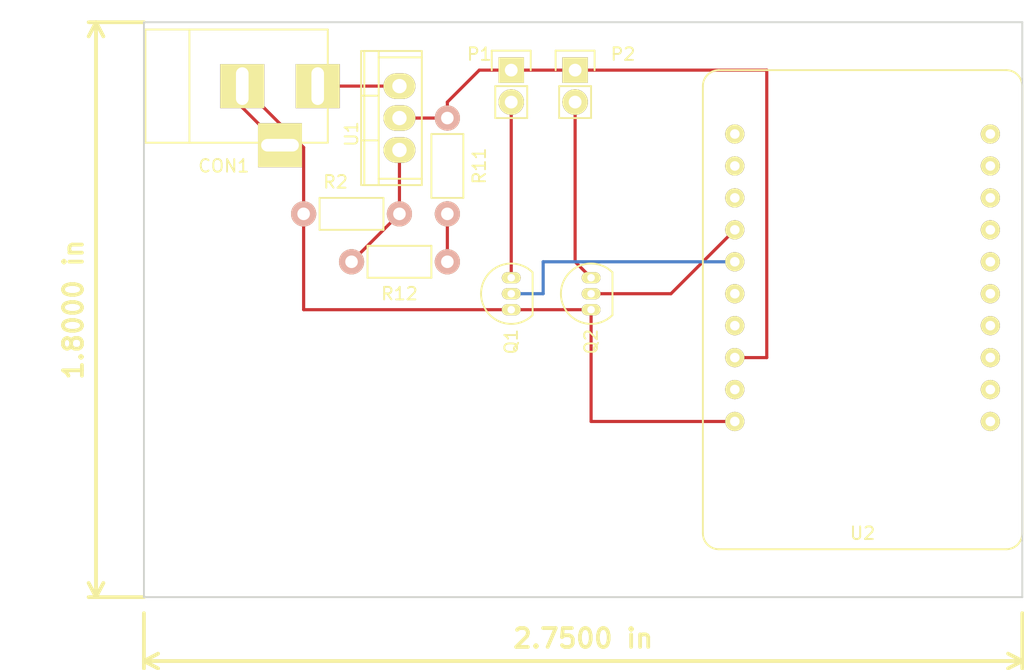
<source format=kicad_pcb>
(kicad_pcb (version 4) (host pcbnew 4.0.2-stable)

  (general
    (links 16)
    (no_connects 0)
    (area 39.294999 16.434999 109.295001 62.305001)
    (thickness 1.6)
    (drawings 6)
    (tracks 29)
    (zones 0)
    (modules 10)
    (nets 27)
  )

  (page A4)
  (layers
    (0 F.Cu signal)
    (31 B.Cu signal)
    (32 B.Adhes user)
    (33 F.Adhes user)
    (34 B.Paste user)
    (35 F.Paste user)
    (36 B.SilkS user)
    (37 F.SilkS user)
    (38 B.Mask user)
    (39 F.Mask user)
    (40 Dwgs.User user)
    (41 Cmts.User user)
    (42 Eco1.User user)
    (43 Eco2.User user)
    (44 Edge.Cuts user)
    (45 Margin user)
    (46 B.CrtYd user)
    (47 F.CrtYd user)
    (48 B.Fab user)
    (49 F.Fab user)
  )

  (setup
    (last_trace_width 0.25)
    (trace_clearance 0.2)
    (zone_clearance 0.508)
    (zone_45_only no)
    (trace_min 0.2)
    (segment_width 0.2)
    (edge_width 0.15)
    (via_size 0.6)
    (via_drill 0.4)
    (via_min_size 0.4)
    (via_min_drill 0.3)
    (uvia_size 0.3)
    (uvia_drill 0.1)
    (uvias_allowed no)
    (uvia_min_size 0.2)
    (uvia_min_drill 0.1)
    (pcb_text_width 0.3)
    (pcb_text_size 1.5 1.5)
    (mod_edge_width 0.15)
    (mod_text_size 1 1)
    (mod_text_width 0.15)
    (pad_size 1.524 1.524)
    (pad_drill 0.762)
    (pad_to_mask_clearance 0.2)
    (aux_axis_origin 0 0)
    (visible_elements 7FFFFFFF)
    (pcbplotparams
      (layerselection 0x00030_80000001)
      (usegerberextensions false)
      (excludeedgelayer true)
      (linewidth 0.100000)
      (plotframeref false)
      (viasonmask false)
      (mode 1)
      (useauxorigin false)
      (hpglpennumber 1)
      (hpglpenspeed 20)
      (hpglpendiameter 15)
      (hpglpenoverlay 2)
      (psnegative false)
      (psa4output false)
      (plotreference true)
      (plotvalue true)
      (plotinvisibletext false)
      (padsonsilk false)
      (subtractmaskfromsilk false)
      (outputformat 1)
      (mirror false)
      (drillshape 1)
      (scaleselection 1)
      (outputdirectory ""))
  )

  (net 0 "")
  (net 1 "Net-(CON1-Pad1)")
  (net 2 "Net-(CON1-Pad2)")
  (net 3 "Net-(P1-Pad1)")
  (net 4 "Net-(P1-Pad2)")
  (net 5 "Net-(P2-Pad2)")
  (net 6 "Net-(Q1-Pad2)")
  (net 7 "Net-(Q2-Pad2)")
  (net 8 "Net-(U2-Pad1)")
  (net 9 "Net-(U2-Pad3)")
  (net 10 "Net-(U2-Pad5)")
  (net 11 "Net-(U2-Pad11)")
  (net 12 "Net-(U2-Pad13)")
  (net 13 "Net-(U2-Pad17)")
  (net 14 "Net-(U2-Pad2)")
  (net 15 "Net-(U2-Pad4)")
  (net 16 "Net-(U2-Pad6)")
  (net 17 "Net-(U2-Pad8)")
  (net 18 "Net-(U2-Pad10)")
  (net 19 "Net-(U2-Pad12)")
  (net 20 "Net-(U2-Pad14)")
  (net 21 "Net-(U2-Pad16)")
  (net 22 "Net-(U2-Pad18)")
  (net 23 "Net-(U2-Pad20)")
  (net 24 "Net-(CON1-Pad3)")
  (net 25 "Net-(R12-Pad2)")
  (net 26 "Net-(R11-Pad2)")

  (net_class Default "Ceci est la Netclass par défaut"
    (clearance 0.2)
    (trace_width 0.25)
    (via_dia 0.6)
    (via_drill 0.4)
    (uvia_dia 0.3)
    (uvia_drill 0.1)
    (add_net "Net-(CON1-Pad1)")
    (add_net "Net-(CON1-Pad2)")
    (add_net "Net-(CON1-Pad3)")
    (add_net "Net-(P1-Pad1)")
    (add_net "Net-(P1-Pad2)")
    (add_net "Net-(P2-Pad2)")
    (add_net "Net-(Q1-Pad2)")
    (add_net "Net-(Q2-Pad2)")
    (add_net "Net-(R11-Pad2)")
    (add_net "Net-(R12-Pad2)")
    (add_net "Net-(U2-Pad1)")
    (add_net "Net-(U2-Pad10)")
    (add_net "Net-(U2-Pad11)")
    (add_net "Net-(U2-Pad12)")
    (add_net "Net-(U2-Pad13)")
    (add_net "Net-(U2-Pad14)")
    (add_net "Net-(U2-Pad16)")
    (add_net "Net-(U2-Pad17)")
    (add_net "Net-(U2-Pad18)")
    (add_net "Net-(U2-Pad2)")
    (add_net "Net-(U2-Pad20)")
    (add_net "Net-(U2-Pad3)")
    (add_net "Net-(U2-Pad4)")
    (add_net "Net-(U2-Pad5)")
    (add_net "Net-(U2-Pad6)")
    (add_net "Net-(U2-Pad8)")
  )

  (module "Adafruit_huzzah:Adafruit HUZZAH" (layer F.Cu) (tedit 56E6ED27) (tstamp 56F831D5)
    (at 83.82 20.32)
    (path /56F82B44)
    (fp_text reference U2 (at 12.7 36.83) (layer F.SilkS)
      (effects (font (size 1 1) (thickness 0.15)))
    )
    (fp_text value Adafruit_HUZZAH (at 12.7 1.27) (layer F.Fab)
      (effects (font (size 1 1) (thickness 0.15)))
    )
    (fp_line (start 25.4 36.83) (end 25.4 1.27) (layer F.SilkS) (width 0.15))
    (fp_line (start 1.27 38.1) (end 24.13 38.1) (layer F.SilkS) (width 0.15))
    (fp_line (start 0 1.27) (end 0 36.83) (layer F.SilkS) (width 0.15))
    (fp_line (start 1.27 0) (end 24.13 0) (layer F.SilkS) (width 0.15))
    (fp_arc (start 1.27 1.27) (end 0 1.27) (angle 90) (layer F.SilkS) (width 0.15))
    (fp_arc (start 24.13 1.27) (end 24.13 0) (angle 90) (layer F.SilkS) (width 0.15))
    (fp_arc (start 1.27 36.83) (end 1.27 38.1) (angle 90) (layer F.SilkS) (width 0.15))
    (fp_arc (start 24.13 36.83) (end 25.4 36.83) (angle 90) (layer F.SilkS) (width 0.15))
    (pad 1 thru_hole circle (at 2.54 5.08) (size 1.524 1.524) (drill 0.762) (layers *.Cu *.Mask F.SilkS)
      (net 8 "Net-(U2-Pad1)"))
    (pad 3 thru_hole circle (at 2.54 7.62) (size 1.524 1.524) (drill 0.762) (layers *.Cu *.Mask F.SilkS)
      (net 9 "Net-(U2-Pad3)"))
    (pad 5 thru_hole circle (at 2.54 10.16) (size 1.524 1.524) (drill 0.762) (layers *.Cu *.Mask F.SilkS)
      (net 10 "Net-(U2-Pad5)"))
    (pad 7 thru_hole circle (at 2.54 12.7) (size 1.524 1.524) (drill 0.762) (layers *.Cu *.Mask F.SilkS)
      (net 7 "Net-(Q2-Pad2)"))
    (pad 9 thru_hole circle (at 2.54 15.24) (size 1.524 1.524) (drill 0.762) (layers *.Cu *.Mask F.SilkS)
      (net 6 "Net-(Q1-Pad2)"))
    (pad 11 thru_hole circle (at 2.54 17.78) (size 1.524 1.524) (drill 0.762) (layers *.Cu *.Mask F.SilkS)
      (net 11 "Net-(U2-Pad11)"))
    (pad 13 thru_hole circle (at 2.54 20.32) (size 1.524 1.524) (drill 0.762) (layers *.Cu *.Mask F.SilkS)
      (net 12 "Net-(U2-Pad13)"))
    (pad 15 thru_hole circle (at 2.54 22.86) (size 1.524 1.524) (drill 0.762) (layers *.Cu *.Mask F.SilkS)
      (net 3 "Net-(P1-Pad1)"))
    (pad 17 thru_hole circle (at 2.54 25.4) (size 1.524 1.524) (drill 0.762) (layers *.Cu *.Mask F.SilkS)
      (net 13 "Net-(U2-Pad17)"))
    (pad 19 thru_hole circle (at 2.54 27.94) (size 1.524 1.524) (drill 0.762) (layers *.Cu *.Mask F.SilkS)
      (net 2 "Net-(CON1-Pad2)"))
    (pad 2 thru_hole circle (at 22.86 5.08) (size 1.524 1.524) (drill 0.762) (layers *.Cu *.Mask F.SilkS)
      (net 14 "Net-(U2-Pad2)"))
    (pad 4 thru_hole circle (at 22.86 7.62) (size 1.524 1.524) (drill 0.762) (layers *.Cu *.Mask F.SilkS)
      (net 15 "Net-(U2-Pad4)"))
    (pad 6 thru_hole circle (at 22.86 10.16) (size 1.524 1.524) (drill 0.762) (layers *.Cu *.Mask F.SilkS)
      (net 16 "Net-(U2-Pad6)"))
    (pad 8 thru_hole circle (at 22.86 12.7) (size 1.524 1.524) (drill 0.762) (layers *.Cu *.Mask F.SilkS)
      (net 17 "Net-(U2-Pad8)"))
    (pad 10 thru_hole circle (at 22.86 15.24) (size 1.524 1.524) (drill 0.762) (layers *.Cu *.Mask F.SilkS)
      (net 18 "Net-(U2-Pad10)"))
    (pad 12 thru_hole circle (at 22.86 17.78) (size 1.524 1.524) (drill 0.762) (layers *.Cu *.Mask F.SilkS)
      (net 19 "Net-(U2-Pad12)"))
    (pad 14 thru_hole circle (at 22.86 20.32) (size 1.524 1.524) (drill 0.762) (layers *.Cu *.Mask F.SilkS)
      (net 20 "Net-(U2-Pad14)"))
    (pad 16 thru_hole circle (at 22.86 22.86) (size 1.524 1.524) (drill 0.762) (layers *.Cu *.Mask F.SilkS)
      (net 21 "Net-(U2-Pad16)"))
    (pad 18 thru_hole circle (at 22.86 25.4) (size 1.524 1.524) (drill 0.762) (layers *.Cu *.Mask F.SilkS)
      (net 22 "Net-(U2-Pad18)"))
    (pad 20 thru_hole circle (at 22.86 27.94) (size 1.524 1.524) (drill 0.762) (layers *.Cu *.Mask F.SilkS)
      (net 23 "Net-(U2-Pad20)"))
  )

  (module Connect:BARREL_JACK (layer F.Cu) (tedit 56F832B3) (tstamp 56F83190)
    (at 46.99 21.59)
    (descr "DC Barrel Jack")
    (tags "Power Jack")
    (path /56F82A3E)
    (fp_text reference CON1 (at -1.27 6.35 180) (layer F.SilkS)
      (effects (font (size 1 1) (thickness 0.15)))
    )
    (fp_text value BARREL_JACK (at 0 -5.99948) (layer F.Fab)
      (effects (font (size 1 1) (thickness 0.15)))
    )
    (fp_line (start -4.0005 -4.50088) (end -4.0005 4.50088) (layer F.SilkS) (width 0.15))
    (fp_line (start -7.50062 -4.50088) (end -7.50062 4.50088) (layer F.SilkS) (width 0.15))
    (fp_line (start -7.50062 4.50088) (end 7.00024 4.50088) (layer F.SilkS) (width 0.15))
    (fp_line (start 7.00024 4.50088) (end 7.00024 -4.50088) (layer F.SilkS) (width 0.15))
    (fp_line (start 7.00024 -4.50088) (end -7.50062 -4.50088) (layer F.SilkS) (width 0.15))
    (pad 1 thru_hole rect (at 6.20014 0) (size 3.50012 3.50012) (drill oval 1.00076 2.99974) (layers *.Cu *.Mask F.SilkS)
      (net 1 "Net-(CON1-Pad1)"))
    (pad 2 thru_hole rect (at 0.20066 0) (size 3.50012 3.50012) (drill oval 1.00076 2.99974) (layers *.Cu *.Mask F.SilkS)
      (net 2 "Net-(CON1-Pad2)"))
    (pad 3 thru_hole rect (at 3.2004 4.699) (size 3.50012 3.50012) (drill oval 2.99974 1.00076) (layers *.Cu *.Mask F.SilkS)
      (net 24 "Net-(CON1-Pad3)"))
  )

  (module Pin_Headers:Pin_Header_Straight_1x02 (layer F.Cu) (tedit 56F839B6) (tstamp 56F83196)
    (at 68.58 20.32)
    (descr "Through hole pin header")
    (tags "pin header")
    (path /56F83A91)
    (fp_text reference P1 (at -2.54 -1.27) (layer F.SilkS)
      (effects (font (size 1 1) (thickness 0.15)))
    )
    (fp_text value VALVE1 (at 0 -2.54) (layer F.Fab)
      (effects (font (size 1 1) (thickness 0.15)))
    )
    (fp_line (start 1.27 1.27) (end 1.27 3.81) (layer F.SilkS) (width 0.15))
    (fp_line (start 1.55 -1.55) (end 1.55 0) (layer F.SilkS) (width 0.15))
    (fp_line (start -1.75 -1.75) (end -1.75 4.3) (layer F.CrtYd) (width 0.05))
    (fp_line (start 1.75 -1.75) (end 1.75 4.3) (layer F.CrtYd) (width 0.05))
    (fp_line (start -1.75 -1.75) (end 1.75 -1.75) (layer F.CrtYd) (width 0.05))
    (fp_line (start -1.75 4.3) (end 1.75 4.3) (layer F.CrtYd) (width 0.05))
    (fp_line (start 1.27 1.27) (end -1.27 1.27) (layer F.SilkS) (width 0.15))
    (fp_line (start -1.55 0) (end -1.55 -1.55) (layer F.SilkS) (width 0.15))
    (fp_line (start -1.55 -1.55) (end 1.55 -1.55) (layer F.SilkS) (width 0.15))
    (fp_line (start -1.27 1.27) (end -1.27 3.81) (layer F.SilkS) (width 0.15))
    (fp_line (start -1.27 3.81) (end 1.27 3.81) (layer F.SilkS) (width 0.15))
    (pad 1 thru_hole rect (at 0 0) (size 2.032 2.032) (drill 1.016) (layers *.Cu *.Mask F.SilkS)
      (net 3 "Net-(P1-Pad1)"))
    (pad 2 thru_hole oval (at 0 2.54) (size 2.032 2.032) (drill 1.016) (layers *.Cu *.Mask F.SilkS)
      (net 4 "Net-(P1-Pad2)"))
    (model Pin_Headers.3dshapes/Pin_Header_Straight_1x02.wrl
      (at (xyz 0 -0.05 0))
      (scale (xyz 1 1 1))
      (rotate (xyz 0 0 90))
    )
  )

  (module Pin_Headers:Pin_Header_Straight_1x02 (layer F.Cu) (tedit 56F87B7D) (tstamp 56F8319C)
    (at 73.66 20.32)
    (descr "Through hole pin header")
    (tags "pin header")
    (path /56F83AC4)
    (fp_text reference P2 (at 3.81 -1.27) (layer F.SilkS)
      (effects (font (size 1 1) (thickness 0.15)))
    )
    (fp_text value VALVE2 (at 1.27 -2.54) (layer F.Fab)
      (effects (font (size 1 1) (thickness 0.15)))
    )
    (fp_line (start 1.27 1.27) (end 1.27 3.81) (layer F.SilkS) (width 0.15))
    (fp_line (start 1.55 -1.55) (end 1.55 0) (layer F.SilkS) (width 0.15))
    (fp_line (start -1.75 -1.75) (end -1.75 4.3) (layer F.CrtYd) (width 0.05))
    (fp_line (start 1.75 -1.75) (end 1.75 4.3) (layer F.CrtYd) (width 0.05))
    (fp_line (start -1.75 -1.75) (end 1.75 -1.75) (layer F.CrtYd) (width 0.05))
    (fp_line (start -1.75 4.3) (end 1.75 4.3) (layer F.CrtYd) (width 0.05))
    (fp_line (start 1.27 1.27) (end -1.27 1.27) (layer F.SilkS) (width 0.15))
    (fp_line (start -1.55 0) (end -1.55 -1.55) (layer F.SilkS) (width 0.15))
    (fp_line (start -1.55 -1.55) (end 1.55 -1.55) (layer F.SilkS) (width 0.15))
    (fp_line (start -1.27 1.27) (end -1.27 3.81) (layer F.SilkS) (width 0.15))
    (fp_line (start -1.27 3.81) (end 1.27 3.81) (layer F.SilkS) (width 0.15))
    (pad 1 thru_hole rect (at 0 0) (size 2.032 2.032) (drill 1.016) (layers *.Cu *.Mask F.SilkS)
      (net 3 "Net-(P1-Pad1)"))
    (pad 2 thru_hole oval (at 0 2.54) (size 2.032 2.032) (drill 1.016) (layers *.Cu *.Mask F.SilkS)
      (net 5 "Net-(P2-Pad2)"))
    (model Pin_Headers.3dshapes/Pin_Header_Straight_1x02.wrl
      (at (xyz 0 -0.05 0))
      (scale (xyz 1 1 1))
      (rotate (xyz 0 0 90))
    )
  )

  (module TO_SOT_Packages_THT:TO-92_Inline_Narrow_Oval (layer F.Cu) (tedit 56F839C9) (tstamp 56F831A3)
    (at 68.58 39.37 90)
    (descr "TO-92 leads in-line, narrow, oval pads, drill 0.6mm (see NXP sot054_po.pdf)")
    (tags "to-92 sc-43 sc-43a sot54 PA33 transistor")
    (path /56F82917)
    (fp_text reference Q1 (at -2.54 0 90) (layer F.SilkS)
      (effects (font (size 1 1) (thickness 0.15)))
    )
    (fp_text value PN2222A (at 0 3 90) (layer F.Fab)
      (effects (font (size 1 1) (thickness 0.15)))
    )
    (fp_line (start -1.4 1.95) (end -1.4 -2.65) (layer F.CrtYd) (width 0.05))
    (fp_line (start -1.4 1.95) (end 3.95 1.95) (layer F.CrtYd) (width 0.05))
    (fp_line (start -0.43 1.7) (end 2.97 1.7) (layer F.SilkS) (width 0.15))
    (fp_arc (start 1.27 0) (end 1.27 -2.4) (angle -135) (layer F.SilkS) (width 0.15))
    (fp_arc (start 1.27 0) (end 1.27 -2.4) (angle 135) (layer F.SilkS) (width 0.15))
    (fp_line (start -1.4 -2.65) (end 3.95 -2.65) (layer F.CrtYd) (width 0.05))
    (fp_line (start 3.95 1.95) (end 3.95 -2.65) (layer F.CrtYd) (width 0.05))
    (pad 2 thru_hole oval (at 1.27 0 270) (size 0.89916 1.50114) (drill 0.6) (layers *.Cu *.Mask F.SilkS)
      (net 6 "Net-(Q1-Pad2)"))
    (pad 3 thru_hole oval (at 2.54 0 270) (size 0.89916 1.50114) (drill 0.6) (layers *.Cu *.Mask F.SilkS)
      (net 4 "Net-(P1-Pad2)"))
    (pad 1 thru_hole oval (at 0 0 270) (size 0.89916 1.50114) (drill 0.6) (layers *.Cu *.Mask F.SilkS)
      (net 2 "Net-(CON1-Pad2)"))
    (model TO_SOT_Packages_THT.3dshapes/TO-92_Inline_Narrow_Oval.wrl
      (at (xyz 0.05 0 0))
      (scale (xyz 1 1 1))
      (rotate (xyz 0 0 -90))
    )
  )

  (module TO_SOT_Packages_THT:TO-92_Inline_Narrow_Oval (layer F.Cu) (tedit 56F839CD) (tstamp 56F831AA)
    (at 74.93 39.37 90)
    (descr "TO-92 leads in-line, narrow, oval pads, drill 0.6mm (see NXP sot054_po.pdf)")
    (tags "to-92 sc-43 sc-43a sot54 PA33 transistor")
    (path /56F82944)
    (fp_text reference Q2 (at -2.54 0 90) (layer F.SilkS)
      (effects (font (size 1 1) (thickness 0.15)))
    )
    (fp_text value PN2222A (at 0 3 90) (layer F.Fab)
      (effects (font (size 1 1) (thickness 0.15)))
    )
    (fp_line (start -1.4 1.95) (end -1.4 -2.65) (layer F.CrtYd) (width 0.05))
    (fp_line (start -1.4 1.95) (end 3.95 1.95) (layer F.CrtYd) (width 0.05))
    (fp_line (start -0.43 1.7) (end 2.97 1.7) (layer F.SilkS) (width 0.15))
    (fp_arc (start 1.27 0) (end 1.27 -2.4) (angle -135) (layer F.SilkS) (width 0.15))
    (fp_arc (start 1.27 0) (end 1.27 -2.4) (angle 135) (layer F.SilkS) (width 0.15))
    (fp_line (start -1.4 -2.65) (end 3.95 -2.65) (layer F.CrtYd) (width 0.05))
    (fp_line (start 3.95 1.95) (end 3.95 -2.65) (layer F.CrtYd) (width 0.05))
    (pad 2 thru_hole oval (at 1.27 0 270) (size 0.89916 1.50114) (drill 0.6) (layers *.Cu *.Mask F.SilkS)
      (net 7 "Net-(Q2-Pad2)"))
    (pad 3 thru_hole oval (at 2.54 0 270) (size 0.89916 1.50114) (drill 0.6) (layers *.Cu *.Mask F.SilkS)
      (net 5 "Net-(P2-Pad2)"))
    (pad 1 thru_hole oval (at 0 0 270) (size 0.89916 1.50114) (drill 0.6) (layers *.Cu *.Mask F.SilkS)
      (net 2 "Net-(CON1-Pad2)"))
    (model TO_SOT_Packages_THT.3dshapes/TO-92_Inline_Narrow_Oval.wrl
      (at (xyz 0.05 0 0))
      (scale (xyz 1 1 1))
      (rotate (xyz 0 0 -90))
    )
  )

  (module Resistors_ThroughHole:Resistor_Horizontal_RM7mm (layer F.Cu) (tedit 56F87A52) (tstamp 56F831B6)
    (at 59.69 31.75 180)
    (descr "Resistor, Axial,  RM 7.62mm, 1/3W,")
    (tags "Resistor Axial RM 7.62mm 1/3W R3")
    (path /56F829DB)
    (fp_text reference R2 (at 5.08 2.54 180) (layer F.SilkS)
      (effects (font (size 1 1) (thickness 0.15)))
    )
    (fp_text value 3300 (at 3.81 0 180) (layer F.Fab)
      (effects (font (size 1 1) (thickness 0.15)))
    )
    (fp_line (start -1.25 -1.5) (end 8.85 -1.5) (layer F.CrtYd) (width 0.05))
    (fp_line (start -1.25 1.5) (end -1.25 -1.5) (layer F.CrtYd) (width 0.05))
    (fp_line (start 8.85 -1.5) (end 8.85 1.5) (layer F.CrtYd) (width 0.05))
    (fp_line (start -1.25 1.5) (end 8.85 1.5) (layer F.CrtYd) (width 0.05))
    (fp_line (start 1.27 -1.27) (end 6.35 -1.27) (layer F.SilkS) (width 0.15))
    (fp_line (start 6.35 -1.27) (end 6.35 1.27) (layer F.SilkS) (width 0.15))
    (fp_line (start 6.35 1.27) (end 1.27 1.27) (layer F.SilkS) (width 0.15))
    (fp_line (start 1.27 1.27) (end 1.27 -1.27) (layer F.SilkS) (width 0.15))
    (pad 1 thru_hole circle (at 0 0 180) (size 1.99898 1.99898) (drill 1.00076) (layers *.Cu *.SilkS *.Mask)
      (net 25 "Net-(R12-Pad2)"))
    (pad 2 thru_hole circle (at 7.62 0 180) (size 1.99898 1.99898) (drill 1.00076) (layers *.Cu *.SilkS *.Mask)
      (net 2 "Net-(CON1-Pad2)"))
  )

  (module Power_Integrations:TO-220 (layer F.Cu) (tedit 56F87B85) (tstamp 56F831BD)
    (at 59.69 24.13 90)
    (descr "Non Isolated JEDEC TO-220 Package")
    (tags "Power Integration YN Package")
    (path /56F8295D)
    (fp_text reference U1 (at -1.27 -3.81 90) (layer F.SilkS)
      (effects (font (size 1 1) (thickness 0.15)))
    )
    (fp_text value LM317T (at 6.35 -1.27 180) (layer F.Fab)
      (effects (font (size 1 1) (thickness 0.15)))
    )
    (fp_line (start 4.826 -1.651) (end 4.826 1.778) (layer F.SilkS) (width 0.15))
    (fp_line (start -4.826 -1.651) (end -4.826 1.778) (layer F.SilkS) (width 0.15))
    (fp_line (start 5.334 -2.794) (end -5.334 -2.794) (layer F.SilkS) (width 0.15))
    (fp_line (start 1.778 -1.778) (end 1.778 -3.048) (layer F.SilkS) (width 0.15))
    (fp_line (start -1.778 -1.778) (end -1.778 -3.048) (layer F.SilkS) (width 0.15))
    (fp_line (start -5.334 -1.651) (end 5.334 -1.651) (layer F.SilkS) (width 0.15))
    (fp_line (start 5.334 1.778) (end -5.334 1.778) (layer F.SilkS) (width 0.15))
    (fp_line (start -5.334 -3.048) (end -5.334 1.778) (layer F.SilkS) (width 0.15))
    (fp_line (start 5.334 -3.048) (end 5.334 1.778) (layer F.SilkS) (width 0.15))
    (fp_line (start 5.334 -3.048) (end -5.334 -3.048) (layer F.SilkS) (width 0.15))
    (pad 2 thru_hole oval (at 0 0 90) (size 2.032 2.54) (drill 1.143) (layers *.Cu *.Mask F.SilkS)
      (net 3 "Net-(P1-Pad1)"))
    (pad 3 thru_hole oval (at 2.54 0 90) (size 2.032 2.54) (drill 1.143) (layers *.Cu *.Mask F.SilkS)
      (net 1 "Net-(CON1-Pad1)"))
    (pad 1 thru_hole oval (at -2.54 0 90) (size 2.032 2.54) (drill 1.143) (layers *.Cu *.Mask F.SilkS)
      (net 25 "Net-(R12-Pad2)"))
  )

  (module Resistors_ThroughHole:Resistor_Horizontal_RM7mm (layer F.Cu) (tedit 56F87A46) (tstamp 56F879EC)
    (at 63.5 24.13 270)
    (descr "Resistor, Axial,  RM 7.62mm, 1/3W,")
    (tags "Resistor Axial RM 7.62mm 1/3W R3")
    (path /56F82978)
    (fp_text reference R11 (at 3.81 -2.54 270) (layer F.SilkS)
      (effects (font (size 1 1) (thickness 0.15)))
    )
    (fp_text value 330 (at 3.81 0 270) (layer F.Fab)
      (effects (font (size 1 1) (thickness 0.15)))
    )
    (fp_line (start -1.25 -1.5) (end 8.85 -1.5) (layer F.CrtYd) (width 0.05))
    (fp_line (start -1.25 1.5) (end -1.25 -1.5) (layer F.CrtYd) (width 0.05))
    (fp_line (start 8.85 -1.5) (end 8.85 1.5) (layer F.CrtYd) (width 0.05))
    (fp_line (start -1.25 1.5) (end 8.85 1.5) (layer F.CrtYd) (width 0.05))
    (fp_line (start 1.27 -1.27) (end 6.35 -1.27) (layer F.SilkS) (width 0.15))
    (fp_line (start 6.35 -1.27) (end 6.35 1.27) (layer F.SilkS) (width 0.15))
    (fp_line (start 6.35 1.27) (end 1.27 1.27) (layer F.SilkS) (width 0.15))
    (fp_line (start 1.27 1.27) (end 1.27 -1.27) (layer F.SilkS) (width 0.15))
    (pad 1 thru_hole circle (at 0 0 270) (size 1.99898 1.99898) (drill 1.00076) (layers *.Cu *.SilkS *.Mask)
      (net 3 "Net-(P1-Pad1)"))
    (pad 2 thru_hole circle (at 7.62 0 270) (size 1.99898 1.99898) (drill 1.00076) (layers *.Cu *.SilkS *.Mask)
      (net 26 "Net-(R11-Pad2)"))
  )

  (module Resistors_ThroughHole:Resistor_Horizontal_RM7mm (layer F.Cu) (tedit 56F87A4C) (tstamp 56F879F2)
    (at 63.5 35.56 180)
    (descr "Resistor, Axial,  RM 7.62mm, 1/3W,")
    (tags "Resistor Axial RM 7.62mm 1/3W R3")
    (path /56F87A89)
    (fp_text reference R12 (at 3.81 -2.54 180) (layer F.SilkS)
      (effects (font (size 1 1) (thickness 0.15)))
    )
    (fp_text value 39 (at 3.81 0 180) (layer F.Fab)
      (effects (font (size 1 1) (thickness 0.15)))
    )
    (fp_line (start -1.25 -1.5) (end 8.85 -1.5) (layer F.CrtYd) (width 0.05))
    (fp_line (start -1.25 1.5) (end -1.25 -1.5) (layer F.CrtYd) (width 0.05))
    (fp_line (start 8.85 -1.5) (end 8.85 1.5) (layer F.CrtYd) (width 0.05))
    (fp_line (start -1.25 1.5) (end 8.85 1.5) (layer F.CrtYd) (width 0.05))
    (fp_line (start 1.27 -1.27) (end 6.35 -1.27) (layer F.SilkS) (width 0.15))
    (fp_line (start 6.35 -1.27) (end 6.35 1.27) (layer F.SilkS) (width 0.15))
    (fp_line (start 6.35 1.27) (end 1.27 1.27) (layer F.SilkS) (width 0.15))
    (fp_line (start 1.27 1.27) (end 1.27 -1.27) (layer F.SilkS) (width 0.15))
    (pad 1 thru_hole circle (at 0 0 180) (size 1.99898 1.99898) (drill 1.00076) (layers *.Cu *.SilkS *.Mask)
      (net 26 "Net-(R11-Pad2)"))
    (pad 2 thru_hole circle (at 7.62 0 180) (size 1.99898 1.99898) (drill 1.00076) (layers *.Cu *.SilkS *.Mask)
      (net 25 "Net-(R12-Pad2)"))
  )

  (dimension 45.72 (width 0.3) (layer F.SilkS)
    (gr_text "45,720 mm" (at 34.21 39.37 270) (layer F.SilkS)
      (effects (font (size 1.5 1.5) (thickness 0.3)))
    )
    (feature1 (pts (xy 39.37 62.23) (xy 32.86 62.23)))
    (feature2 (pts (xy 39.37 16.51) (xy 32.86 16.51)))
    (crossbar (pts (xy 35.56 16.51) (xy 35.56 62.23)))
    (arrow1a (pts (xy 35.56 62.23) (xy 34.973579 61.103496)))
    (arrow1b (pts (xy 35.56 62.23) (xy 36.146421 61.103496)))
    (arrow2a (pts (xy 35.56 16.51) (xy 34.973579 17.636504)))
    (arrow2b (pts (xy 35.56 16.51) (xy 36.146421 17.636504)))
  )
  (gr_line (start 109.22 62.23) (end 39.37 62.23) (angle 90) (layer Edge.Cuts) (width 0.15))
  (gr_line (start 109.22 16.51) (end 109.22 62.23) (angle 90) (layer Edge.Cuts) (width 0.15))
  (gr_line (start 39.37 16.51) (end 109.22 16.51) (angle 90) (layer Edge.Cuts) (width 0.15))
  (dimension 69.85 (width 0.3) (layer F.SilkS)
    (gr_text "69,850 mm" (at 74.295 68.66) (layer F.SilkS)
      (effects (font (size 1.5 1.5) (thickness 0.3)))
    )
    (feature1 (pts (xy 109.22 63.5) (xy 109.22 70.01)))
    (feature2 (pts (xy 39.37 63.5) (xy 39.37 70.01)))
    (crossbar (pts (xy 39.37 67.31) (xy 109.22 67.31)))
    (arrow1a (pts (xy 109.22 67.31) (xy 108.093496 67.896421)))
    (arrow1b (pts (xy 109.22 67.31) (xy 108.093496 66.723579)))
    (arrow2a (pts (xy 39.37 67.31) (xy 40.496504 67.896421)))
    (arrow2b (pts (xy 39.37 67.31) (xy 40.496504 66.723579)))
  )
  (gr_line (start 39.37 16.51) (end 39.37 62.23) (angle 90) (layer Edge.Cuts) (width 0.15))

  (segment (start 53.19014 21.59) (end 59.69 21.59) (width 0.25) (layer F.Cu) (net 1))
  (segment (start 47.19066 21.59) (end 47.19066 23.28926) (width 0.25) (layer F.Cu) (net 2))
  (segment (start 47.19066 23.28926) (end 50.1904 26.289) (width 0.25) (layer F.Cu) (net 2) (tstamp 56F83AC3))
  (segment (start 52.07 31.75) (end 52.07 26.46934) (width 0.25) (layer F.Cu) (net 2))
  (segment (start 52.07 26.46934) (end 47.19066 21.59) (width 0.25) (layer F.Cu) (net 2) (tstamp 56F83AB4))
  (segment (start 74.93 39.37) (end 74.93 48.26) (width 0.25) (layer F.Cu) (net 2))
  (segment (start 74.93 48.26) (end 86.36 48.26) (width 0.25) (layer F.Cu) (net 2) (tstamp 56F83A59))
  (segment (start 74.93 39.37) (end 68.58 39.37) (width 0.25) (layer F.Cu) (net 2))
  (segment (start 52.07 31.75) (end 52.07 39.37) (width 0.25) (layer F.Cu) (net 2))
  (segment (start 52.07 39.37) (end 68.58 39.37) (width 0.25) (layer F.Cu) (net 2) (tstamp 56F839F6))
  (segment (start 63.5 24.13) (end 63.5 22.86) (width 0.25) (layer F.Cu) (net 3) (status 400000))
  (segment (start 66.04 20.32) (end 68.58 20.32) (width 0.25) (layer F.Cu) (net 3) (tstamp 56F87A75) (status 800000))
  (segment (start 63.5 22.86) (end 66.04 20.32) (width 0.25) (layer F.Cu) (net 3) (tstamp 56F87A69))
  (segment (start 59.69 24.13) (end 63.5 24.13) (width 0.25) (layer F.Cu) (net 3) (status C00000))
  (segment (start 73.66 20.32) (end 88.9 20.32) (width 0.25) (layer F.Cu) (net 3))
  (segment (start 88.9 43.18) (end 86.36 43.18) (width 0.25) (layer F.Cu) (net 3) (tstamp 56F83A3E))
  (segment (start 88.9 20.32) (end 88.9 43.18) (width 0.25) (layer F.Cu) (net 3) (tstamp 56F83A3B))
  (segment (start 73.66 20.32) (end 68.58 20.32) (width 0.25) (layer F.Cu) (net 3))
  (segment (start 68.58 22.86) (end 68.58 36.83) (width 0.25) (layer F.Cu) (net 4))
  (segment (start 73.66 22.86) (end 73.66 35.56) (width 0.25) (layer F.Cu) (net 5))
  (segment (start 73.66 35.56) (end 74.93 36.83) (width 0.25) (layer F.Cu) (net 5) (tstamp 56F83A2F))
  (segment (start 68.58 38.1) (end 71.12 38.1) (width 0.25) (layer B.Cu) (net 6))
  (segment (start 71.12 35.56) (end 86.36 35.56) (width 0.25) (layer B.Cu) (net 6) (tstamp 56F83A98))
  (segment (start 71.12 38.1) (end 71.12 35.56) (width 0.25) (layer B.Cu) (net 6) (tstamp 56F83A92))
  (segment (start 74.93 38.1) (end 81.28 38.1) (width 0.25) (layer F.Cu) (net 7))
  (segment (start 81.28 38.1) (end 86.36 33.02) (width 0.25) (layer F.Cu) (net 7) (tstamp 56F83A68))
  (segment (start 55.88 35.56) (end 59.69 31.75) (width 0.25) (layer F.Cu) (net 25) (status C00000))
  (segment (start 59.69 26.67) (end 59.69 31.75) (width 0.25) (layer F.Cu) (net 25))
  (segment (start 63.5 31.75) (end 63.5 35.56) (width 0.25) (layer F.Cu) (net 26) (status C00000))

)

</source>
